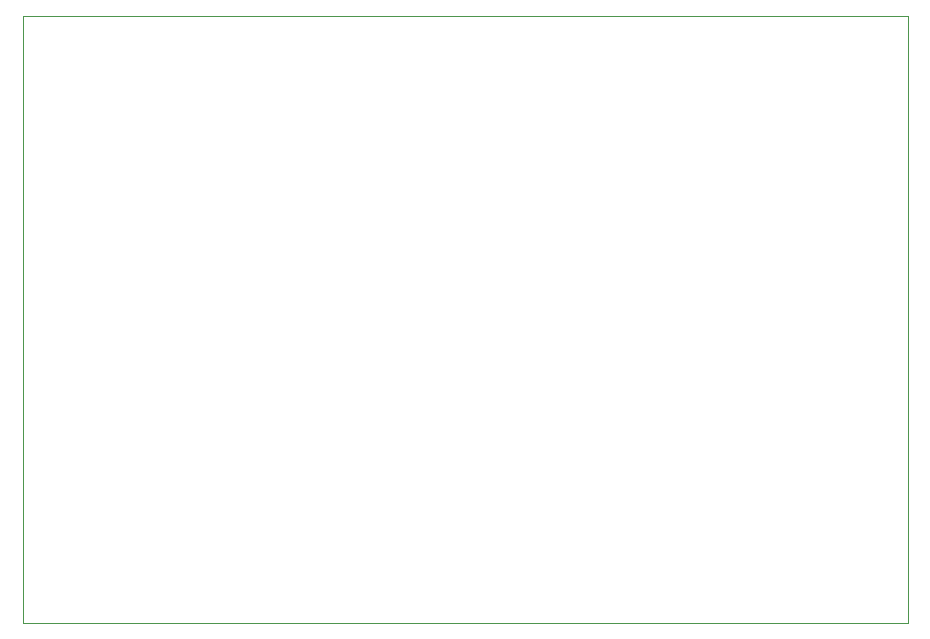
<source format=gbr>
%TF.GenerationSoftware,KiCad,Pcbnew,7.0.9*%
%TF.CreationDate,2024-02-09T01:39:57+08:00*%
%TF.ProjectId,yeg-channel,7965672d-6368-4616-9e6e-656c2e6b6963,rev?*%
%TF.SameCoordinates,Original*%
%TF.FileFunction,Profile,NP*%
%FSLAX46Y46*%
G04 Gerber Fmt 4.6, Leading zero omitted, Abs format (unit mm)*
G04 Created by KiCad (PCBNEW 7.0.9) date 2024-02-09 01:39:57*
%MOMM*%
%LPD*%
G01*
G04 APERTURE LIST*
%TA.AperFunction,Profile*%
%ADD10C,0.100000*%
%TD*%
G04 APERTURE END LIST*
D10*
X132080000Y-87630000D02*
X57150000Y-87630000D01*
X57150000Y-36195000D01*
X132080000Y-36195000D01*
X132080000Y-87630000D01*
M02*

</source>
